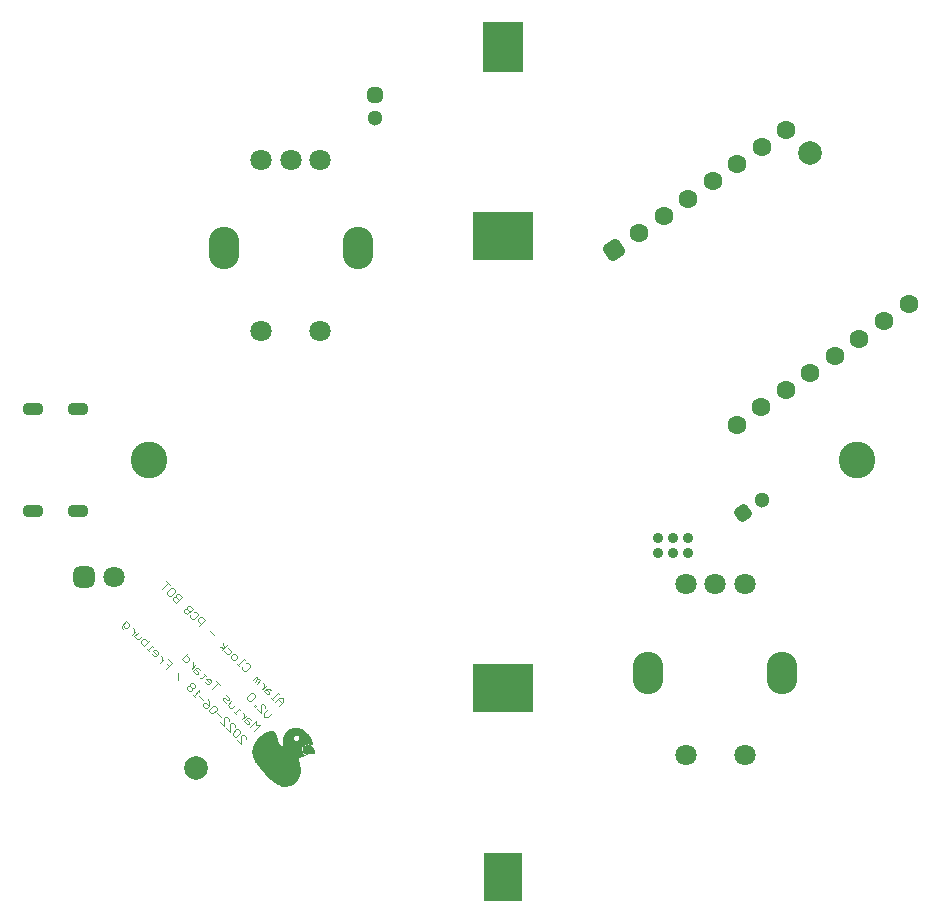
<source format=gbs>
G04*
G04 #@! TF.GenerationSoftware,Altium Limited,CircuitStudio,1.5.2 (30)*
G04*
G04 Layer_Color=8150272*
%FSLAX25Y25*%
%MOIN*%
G70*
G01*
G75*
%ADD68C,0.00394*%
%ADD148C,0.12205*%
%ADD150C,0.07087*%
G04:AMPARAMS|DCode=151|XSize=70.87mil|YSize=70.87mil|CornerRadius=18.7mil|HoleSize=0mil|Usage=FLASHONLY|Rotation=0.000|XOffset=0mil|YOffset=0mil|HoleType=Round|Shape=RoundedRectangle|*
%AMROUNDEDRECTD151*
21,1,0.07087,0.03347,0,0,0.0*
21,1,0.03347,0.07087,0,0,0.0*
1,1,0.03740,0.01673,-0.01673*
1,1,0.03740,-0.01673,-0.01673*
1,1,0.03740,-0.01673,0.01673*
1,1,0.03740,0.01673,0.01673*
%
%ADD151ROUNDEDRECTD151*%
G04:AMPARAMS|DCode=152|XSize=51.18mil|YSize=51.18mil|CornerRadius=13.78mil|HoleSize=0mil|Usage=FLASHONLY|Rotation=215.500|XOffset=0mil|YOffset=0mil|HoleType=Round|Shape=RoundedRectangle|*
%AMROUNDEDRECTD152*
21,1,0.05118,0.02362,0,0,215.5*
21,1,0.02362,0.05118,0,0,215.5*
1,1,0.02756,-0.01647,0.00276*
1,1,0.02756,0.00276,0.01647*
1,1,0.02756,0.01647,-0.00276*
1,1,0.02756,-0.00276,-0.01647*
%
%ADD152ROUNDEDRECTD152*%
%ADD153C,0.05118*%
%ADD154O,0.10236X0.14173*%
G04:AMPARAMS|DCode=155|XSize=51.18mil|YSize=51.18mil|CornerRadius=13.78mil|HoleSize=0mil|Usage=FLASHONLY|Rotation=90.000|XOffset=0mil|YOffset=0mil|HoleType=Round|Shape=RoundedRectangle|*
%AMROUNDEDRECTD155*
21,1,0.05118,0.02362,0,0,90.0*
21,1,0.02362,0.05118,0,0,90.0*
1,1,0.02756,0.01181,0.01181*
1,1,0.02756,0.01181,-0.01181*
1,1,0.02756,-0.01181,-0.01181*
1,1,0.02756,-0.01181,0.01181*
%
%ADD155ROUNDEDRECTD155*%
%ADD156C,0.07874*%
%ADD157O,0.07087X0.04331*%
%ADD158C,0.06299*%
G04:AMPARAMS|DCode=159|XSize=62.99mil|YSize=62.99mil|CornerRadius=16.73mil|HoleSize=0mil|Usage=FLASHONLY|Rotation=305.000|XOffset=0mil|YOffset=0mil|HoleType=Round|Shape=RoundedRectangle|*
%AMROUNDEDRECTD159*
21,1,0.06299,0.02953,0,0,305.0*
21,1,0.02953,0.06299,0,0,305.0*
1,1,0.03347,-0.00363,-0.02056*
1,1,0.03347,-0.02056,0.00363*
1,1,0.03347,0.00363,0.02056*
1,1,0.03347,0.02056,-0.00363*
%
%ADD159ROUNDEDRECTD159*%
%ADD160C,0.00394*%
%ADD161O,0.03492X0.03374*%
%ADD162R,0.12992X0.16142*%
%ADD163R,0.20472X0.16142*%
%ADD164R,0.13398X0.16548*%
G36*
X-76356Y-107225D02*
X-76350Y-107245D01*
X-76369Y-107225D01*
X-76363Y-107219D01*
X-76356Y-107225D01*
D02*
G37*
G36*
X-82793Y-94325D02*
X-82797Y-94321D01*
X-82787Y-94311D01*
X-82793Y-94325D01*
D02*
G37*
G36*
X-64199Y-94514D02*
X-64170Y-94524D01*
X-64151Y-94543D01*
X-64112Y-94582D01*
X-64103Y-94592D01*
X-64083Y-94611D01*
X-64045Y-94669D01*
X-64025Y-94688D01*
X-63996Y-94737D01*
X-63948Y-94804D01*
X-63890Y-94901D01*
X-63871Y-94920D01*
X-63842Y-94969D01*
X-63784Y-95046D01*
X-63735Y-95133D01*
X-63726Y-95143D01*
X-63706Y-95181D01*
X-63677Y-95230D01*
X-63629Y-95297D01*
X-63571Y-95375D01*
X-63513Y-95471D01*
X-63378Y-95665D01*
X-63368Y-95674D01*
X-63339Y-95703D01*
X-63310Y-95752D01*
X-63262Y-95819D01*
X-63213Y-95887D01*
X-63146Y-95974D01*
X-63020Y-96157D01*
X-63010Y-96167D01*
X-62981Y-96196D01*
X-62933Y-96245D01*
X-62894Y-96302D01*
X-62885Y-96312D01*
X-62856Y-96341D01*
X-62827Y-96390D01*
X-62788Y-96447D01*
X-62778Y-96457D01*
X-62769Y-96486D01*
X-62720Y-96554D01*
X-62711Y-96564D01*
X-62701Y-96573D01*
X-62643Y-96631D01*
X-62653Y-96641D01*
X-62643Y-96670D01*
X-62633Y-96680D01*
X-62624Y-96689D01*
X-62631Y-96696D01*
X-62595Y-96718D01*
X-62604Y-96728D01*
X-62595Y-96757D01*
X-62585Y-96844D01*
X-62575Y-96853D01*
Y-96873D01*
X-62546Y-96960D01*
X-62537Y-96989D01*
Y-97066D01*
Y-97182D01*
X-62566Y-97327D01*
X-62575Y-97337D01*
Y-97356D01*
X-62614Y-97433D01*
X-62682Y-97540D01*
X-62740Y-97578D01*
X-62798Y-97617D01*
X-62817Y-97636D01*
X-62865Y-97685D01*
X-62894Y-97694D01*
X-62952D01*
X-63281Y-97830D01*
X-63300D01*
X-63368Y-97839D01*
X-63600D01*
X-63755Y-97859D01*
X-63929Y-97878D01*
X-64122Y-97897D01*
X-64315Y-97936D01*
X-64335D01*
X-64402Y-97946D01*
X-64509Y-97975D01*
X-64644D01*
X-64799Y-97994D01*
X-64973Y-98013D01*
X-65369Y-98023D01*
X-65408D01*
X-65514Y-98013D01*
X-65678Y-98004D01*
X-65872Y-97984D01*
X-65881Y-97975D01*
X-65920D01*
X-65958Y-97955D01*
X-66017Y-97936D01*
X-66162Y-97868D01*
X-66229Y-97820D01*
X-66307Y-97762D01*
X-66316Y-97752D01*
X-66326Y-97743D01*
X-66374Y-97694D01*
X-66422Y-97627D01*
X-66471Y-97540D01*
X-66480Y-97511D01*
X-66500Y-97453D01*
X-66529Y-97366D01*
X-66558Y-97259D01*
X-66567Y-97230D01*
X-66597Y-97182D01*
X-66616Y-97105D01*
X-66654Y-97027D01*
X-66664Y-96998D01*
X-66684Y-96940D01*
X-66703Y-96863D01*
X-66722Y-96767D01*
Y-96747D01*
X-66732Y-96680D01*
Y-96583D01*
Y-96486D01*
Y-96467D01*
X-66742Y-96399D01*
Y-96302D01*
Y-96206D01*
Y-96187D01*
Y-96148D01*
X-66751Y-96022D01*
Y-96003D01*
Y-95964D01*
X-66742Y-95838D01*
Y-95819D01*
Y-95800D01*
Y-95742D01*
Y-95723D01*
X-66712Y-95674D01*
X-66703Y-95665D01*
X-66674Y-95616D01*
X-66616Y-95578D01*
X-66529Y-95529D01*
X-66519Y-95520D01*
X-66509Y-95510D01*
X-66452Y-95490D01*
X-66384Y-95442D01*
X-66307Y-95403D01*
X-66297Y-95394D01*
X-66239Y-95375D01*
X-66190Y-95345D01*
X-66123Y-95297D01*
X-66113Y-95288D01*
X-66075Y-95249D01*
X-66017Y-95210D01*
X-65949Y-95181D01*
X-65939Y-95171D01*
X-65920D01*
X-65842Y-95133D01*
X-65746Y-95075D01*
X-65630Y-95036D01*
X-65620Y-95026D01*
X-65601D01*
X-65533Y-94998D01*
X-65427Y-94949D01*
X-65311Y-94891D01*
X-65301Y-94882D01*
X-65253Y-94872D01*
X-65185Y-94843D01*
X-65118Y-94814D01*
X-65108Y-94804D01*
X-65050Y-94785D01*
X-64992Y-94746D01*
X-64924Y-94717D01*
X-64915Y-94708D01*
X-64866Y-94698D01*
X-64808Y-94679D01*
X-64731Y-94659D01*
X-64721Y-94650D01*
X-64673Y-94640D01*
X-64615Y-94621D01*
X-64547Y-94592D01*
X-64538Y-94582D01*
X-64509Y-94572D01*
X-64470Y-94553D01*
X-64393Y-94534D01*
X-64373D01*
X-64335Y-94514D01*
X-64267Y-94505D01*
X-64209D01*
X-64199Y-94514D01*
D02*
G37*
G36*
X-68839Y-89159D02*
X-68820Y-89140D01*
X-68810Y-89149D01*
X-68771D01*
X-68723Y-89159D01*
X-68655Y-89169D01*
X-68636D01*
X-68588Y-89159D01*
X-68530D01*
X-68481Y-89149D01*
X-68472Y-89159D01*
X-68423Y-89169D01*
X-68346Y-89188D01*
X-68249Y-89208D01*
X-68095D01*
X-68017Y-89227D01*
X-67988Y-89236D01*
X-67950Y-89256D01*
X-67930D01*
X-67882Y-89285D01*
X-67795Y-89294D01*
X-67785Y-89285D01*
X-67766D01*
X-67698Y-89314D01*
X-67669Y-89324D01*
X-67582Y-89333D01*
X-67563D01*
X-67515Y-89362D01*
X-67428Y-89391D01*
X-67350Y-89430D01*
X-67331D01*
X-67283Y-89459D01*
X-67205Y-89498D01*
X-67118Y-89526D01*
X-67089Y-89536D01*
X-67012Y-89556D01*
X-67002Y-89565D01*
X-66983D01*
X-66944Y-89584D01*
X-66915Y-89613D01*
X-66877D01*
X-66838Y-89633D01*
X-66790Y-89662D01*
X-66780Y-89671D01*
X-66751Y-89681D01*
X-66684Y-89749D01*
X-66674Y-89758D01*
X-66654D01*
X-66597Y-89797D01*
X-66490Y-89846D01*
X-66384Y-89913D01*
X-66374Y-89923D01*
X-66355D01*
X-66287Y-89971D01*
X-66190Y-90029D01*
X-66075Y-90106D01*
X-66065Y-90116D01*
X-66055Y-90126D01*
X-66017Y-90145D01*
X-65978Y-90184D01*
X-65872Y-90271D01*
X-65727Y-90396D01*
X-65562Y-90541D01*
X-65378Y-90706D01*
X-65185Y-90899D01*
X-64992Y-91092D01*
X-64982Y-91102D01*
X-64973Y-91112D01*
X-64944Y-91141D01*
X-64915Y-91189D01*
X-64808Y-91295D01*
X-64692Y-91450D01*
X-64557Y-91624D01*
X-64412Y-91827D01*
X-64277Y-92059D01*
X-64141Y-92291D01*
X-64132Y-92301D01*
X-64122Y-92310D01*
X-64074Y-92397D01*
X-64006Y-92504D01*
X-63938Y-92629D01*
X-63929Y-92639D01*
Y-92658D01*
X-63890Y-92736D01*
X-63832Y-92852D01*
X-63784Y-92977D01*
X-63774Y-92987D01*
X-63764Y-93016D01*
X-63726Y-93055D01*
X-63697Y-93103D01*
X-63687Y-93113D01*
X-63677Y-93142D01*
X-63668Y-93171D01*
Y-93229D01*
X-63658Y-93238D01*
X-63639Y-93258D01*
X-63629Y-93306D01*
X-63600Y-93374D01*
X-63590Y-93383D01*
Y-93422D01*
X-63581Y-93470D01*
Y-93509D01*
Y-93528D01*
X-63561Y-93586D01*
X-63532Y-93673D01*
X-63513Y-93770D01*
Y-93789D01*
X-63503Y-93838D01*
X-63474Y-93905D01*
X-63465Y-93992D01*
X-63455Y-94021D01*
X-63445Y-94089D01*
X-63436Y-94118D01*
X-63445Y-94205D01*
X-63436Y-94215D01*
Y-94253D01*
X-63445Y-94263D01*
Y-94282D01*
X-63455Y-94582D01*
X-63542Y-95171D01*
X-63552Y-95162D01*
Y-95143D01*
X-63600Y-95075D01*
X-63658Y-94978D01*
X-63726Y-94872D01*
X-63735Y-94862D01*
Y-94843D01*
X-63784Y-94775D01*
X-63851Y-94669D01*
X-63938Y-94563D01*
X-63948Y-94553D01*
X-63967Y-94534D01*
X-64006Y-94495D01*
X-64035Y-94447D01*
X-64045Y-94437D01*
X-64074Y-94408D01*
X-64103Y-94379D01*
X-64161Y-94360D01*
X-64180D01*
X-64209Y-94350D01*
X-64248Y-94369D01*
X-64257Y-94360D01*
X-64286Y-94369D01*
X-64354Y-94379D01*
X-64373D01*
X-64422Y-94389D01*
X-64489Y-94418D01*
X-64567Y-94456D01*
X-64586D01*
X-64634Y-94485D01*
X-64702Y-94514D01*
X-64789Y-94543D01*
X-64818Y-94553D01*
X-64905Y-94563D01*
X-65001Y-94601D01*
X-65127Y-94650D01*
X-65137Y-94659D01*
X-65156D01*
X-65233Y-94698D01*
X-65340Y-94746D01*
X-65465Y-94795D01*
X-65495Y-94804D01*
X-65562Y-94833D01*
X-65649Y-94882D01*
X-65755Y-94930D01*
X-65785Y-94940D01*
X-65833Y-94969D01*
X-65930Y-95007D01*
X-66017Y-95056D01*
X-66036D01*
X-66075Y-95075D01*
X-66132Y-95113D01*
X-66181Y-95162D01*
X-66190Y-95171D01*
X-66229Y-95191D01*
X-66277Y-95220D01*
X-66345Y-95249D01*
X-66355Y-95258D01*
X-66403Y-95288D01*
X-66461Y-95326D01*
X-66529Y-95375D01*
X-66548D01*
X-66597Y-95403D01*
X-66654Y-95442D01*
X-66722Y-95490D01*
X-66751Y-95500D01*
X-66809Y-95539D01*
X-66838Y-95548D01*
X-66867Y-95578D01*
Y-95597D01*
X-66877Y-95665D01*
Y-95703D01*
X-66867Y-95752D01*
Y-95771D01*
X-66877Y-95819D01*
X-66887Y-95906D01*
X-66896Y-95993D01*
Y-96013D01*
X-66906Y-96061D01*
Y-96138D01*
X-66896Y-96225D01*
Y-96245D01*
Y-96302D01*
Y-96399D01*
Y-96515D01*
Y-96535D01*
X-66887Y-96602D01*
X-66877Y-96689D01*
X-66867Y-96795D01*
Y-96815D01*
X-66848Y-96873D01*
X-66828Y-96950D01*
X-66799Y-97056D01*
Y-97076D01*
X-66770Y-97124D01*
X-66742Y-97211D01*
X-66712Y-97298D01*
X-66703Y-97308D01*
X-66693Y-97337D01*
X-66674Y-97375D01*
X-66654Y-97433D01*
X-66606Y-97559D01*
X-66539Y-97704D01*
X-66529Y-97714D01*
Y-97733D01*
X-66500Y-97762D01*
X-66461Y-97801D01*
X-66365Y-97897D01*
X-66220Y-98004D01*
X-66210Y-98013D01*
X-66181Y-98023D01*
X-66152Y-98052D01*
X-66094Y-98071D01*
X-65958Y-98129D01*
X-65872Y-98139D01*
X-65785Y-98149D01*
X-65475D01*
X-65320Y-98168D01*
X-65330Y-98178D01*
X-65340Y-98187D01*
X-65408Y-98236D01*
X-65417Y-98245D01*
X-65446Y-98255D01*
X-65465Y-98274D01*
X-65485D01*
X-65495Y-98284D01*
X-65523Y-98313D01*
X-65572Y-98342D01*
X-65630Y-98381D01*
X-65640Y-98390D01*
X-65678Y-98410D01*
X-65775Y-98448D01*
X-65785Y-98458D01*
X-65804D01*
X-65862Y-98497D01*
X-65968Y-98545D01*
X-66065Y-98603D01*
X-66094Y-98613D01*
X-66152Y-98632D01*
X-66249Y-98671D01*
X-66355Y-98719D01*
X-66365Y-98729D01*
X-66394Y-98738D01*
X-66442Y-98748D01*
X-66500Y-98787D01*
X-66509Y-98796D01*
X-66539Y-98806D01*
X-66587Y-98816D01*
X-66635Y-98825D01*
X-66693Y-98864D01*
X-66867Y-98922D01*
X-67215Y-98999D01*
X-67379Y-99048D01*
X-67399D01*
X-67476Y-99067D01*
X-67486Y-99057D01*
X-67515Y-99067D01*
X-67573Y-99086D01*
X-67592D01*
X-67660Y-99096D01*
X-67756Y-99135D01*
X-67853Y-99193D01*
X-67872Y-99212D01*
X-67921Y-99260D01*
X-67979Y-99318D01*
X-68017Y-99415D01*
X-68027Y-99425D01*
Y-99463D01*
X-68046Y-99579D01*
Y-99618D01*
X-68056Y-99705D01*
X-68046Y-99715D01*
X-68037Y-99744D01*
X-68027Y-99773D01*
X-68017Y-99840D01*
Y-99860D01*
X-68027Y-99889D01*
X-68017Y-99937D01*
X-67998Y-99976D01*
X-67988Y-100005D01*
X-67969Y-100082D01*
X-67950Y-100198D01*
X-67911Y-100333D01*
X-67901Y-100343D01*
Y-100362D01*
X-67882Y-100440D01*
X-67843Y-100556D01*
X-67814Y-100681D01*
X-67805Y-100691D01*
X-67795Y-100720D01*
X-67785Y-100768D01*
X-67756Y-100836D01*
X-67747Y-100846D01*
X-67737Y-100875D01*
X-67727Y-100923D01*
X-67737Y-100971D01*
X-67718Y-100991D01*
X-67689Y-101039D01*
X-67650Y-101116D01*
X-67621Y-101242D01*
X-67611Y-101271D01*
Y-101348D01*
X-67592Y-101445D01*
X-67563Y-101551D01*
X-67553Y-101580D01*
X-67534Y-101657D01*
X-67524Y-101667D01*
Y-101687D01*
Y-101783D01*
X-67476Y-102025D01*
X-67505Y-102054D01*
X-67495Y-102064D01*
X-67476Y-102083D01*
X-67457Y-102121D01*
X-67447Y-102170D01*
Y-102208D01*
Y-102247D01*
X-67418Y-102547D01*
X-67408Y-102808D01*
X-67379Y-102837D01*
X-67408Y-102963D01*
X-67379Y-103030D01*
X-67408Y-103078D01*
X-67379Y-103262D01*
X-67389Y-103252D01*
X-67408Y-103272D01*
X-67389Y-103291D01*
X-67379Y-103320D01*
Y-103359D01*
Y-103378D01*
X-67408Y-103426D01*
X-67399Y-103436D01*
X-67389Y-103465D01*
X-67379Y-103513D01*
Y-103571D01*
X-67389Y-103581D01*
Y-103620D01*
X-67408Y-103697D01*
X-67437Y-103726D01*
X-67408Y-103736D01*
X-67437Y-103919D01*
X-67457Y-104132D01*
X-67553Y-104615D01*
X-67602Y-104625D01*
Y-104644D01*
X-67592Y-104673D01*
Y-104751D01*
X-67611Y-104828D01*
X-67621Y-104838D01*
X-67640Y-104896D01*
X-67660Y-104954D01*
X-67689Y-105021D01*
X-67698Y-105031D01*
X-67708Y-105060D01*
X-67727Y-105118D01*
X-67747Y-105176D01*
X-67814Y-105340D01*
X-67882Y-105524D01*
X-67892Y-105534D01*
X-67901Y-105563D01*
X-67921Y-105621D01*
X-67940Y-105679D01*
X-68008Y-105843D01*
X-68095Y-106027D01*
X-68104Y-106056D01*
X-68153Y-106123D01*
X-68211Y-106239D01*
X-68298Y-106384D01*
X-68414Y-106558D01*
X-68539Y-106742D01*
X-68704Y-106945D01*
X-68868Y-107148D01*
X-68878Y-107158D01*
X-68887Y-107167D01*
X-68916Y-107196D01*
X-68955Y-107235D01*
X-69052Y-107332D01*
X-69177Y-107457D01*
X-69322Y-107602D01*
X-69506Y-107747D01*
X-69699Y-107902D01*
X-69893Y-108037D01*
X-69902Y-108047D01*
X-69951Y-108076D01*
X-70028Y-108115D01*
X-70134Y-108163D01*
X-70241Y-108230D01*
X-70376Y-108289D01*
X-70656Y-108414D01*
X-70676D01*
X-70724Y-108443D01*
X-70801Y-108463D01*
X-70898Y-108501D01*
X-71014Y-108540D01*
X-71149Y-108579D01*
X-71459Y-108656D01*
X-71468Y-108666D01*
X-71507D01*
X-71555Y-108675D01*
X-71613Y-108695D01*
X-71777Y-108723D01*
X-71971Y-108762D01*
X-71990D01*
X-72019Y-108772D01*
X-72135D01*
X-72299Y-108801D01*
X-72483Y-108810D01*
X-72541D01*
X-72609Y-108820D01*
X-72676Y-108830D01*
X-72734D01*
X-72802Y-108820D01*
X-72870Y-108810D01*
X-72879Y-108859D01*
X-72909Y-108849D01*
X-72986Y-108830D01*
X-73276Y-108810D01*
X-74175Y-108492D01*
X-74397Y-108346D01*
X-74996Y-108076D01*
X-75006Y-108066D01*
X-75016Y-108056D01*
X-75035Y-108076D01*
X-75083Y-108028D01*
X-75151Y-108018D01*
X-75190Y-107999D01*
X-75396Y-107836D01*
X-75402Y-107805D01*
X-75417Y-107820D01*
X-75460Y-107786D01*
X-75499Y-107805D01*
X-75518Y-107786D01*
X-75557Y-107747D01*
X-75634Y-107689D01*
X-75721Y-107622D01*
X-75731Y-107612D01*
X-75741Y-107602D01*
X-75808Y-107573D01*
X-75895Y-107525D01*
X-75992Y-107486D01*
X-76002Y-107476D01*
X-76011Y-107467D01*
X-76050Y-107428D01*
X-76060Y-107419D01*
X-76069Y-107409D01*
X-76108Y-107390D01*
X-76147D01*
X-76356Y-107225D01*
X-76359Y-107216D01*
X-76363Y-107219D01*
X-76417Y-107177D01*
X-76427Y-107167D01*
X-76466Y-107148D01*
X-76475Y-107138D01*
X-76514Y-107100D01*
X-76524Y-107090D01*
X-76562Y-107071D01*
X-76611Y-107042D01*
X-76659Y-106993D01*
X-76669Y-106984D01*
X-76698Y-106955D01*
X-76736Y-106916D01*
X-76765Y-106887D01*
X-76775Y-106877D01*
X-76794D01*
X-76833Y-106858D01*
X-76881Y-106829D01*
X-76891Y-106819D01*
X-76910Y-106800D01*
X-76939Y-106771D01*
X-76968Y-106742D01*
X-76988Y-106723D01*
X-77026Y-106684D01*
X-77084Y-106645D01*
X-77152Y-106578D01*
X-77171Y-106558D01*
X-77210Y-106520D01*
X-77258Y-106471D01*
X-77326Y-106423D01*
X-77336Y-106413D01*
X-77355D01*
X-77403Y-106384D01*
X-77413Y-106375D01*
X-77423Y-106365D01*
X-77451Y-106355D01*
X-77626Y-106181D01*
X-77645Y-106201D01*
X-77606Y-106239D01*
X-77626Y-106220D01*
X-77664Y-106181D01*
X-77722Y-106123D01*
X-77799Y-106065D01*
X-77819Y-106046D01*
X-77867Y-106017D01*
X-77935Y-105969D01*
X-78003Y-105901D01*
X-78012Y-105891D01*
X-78022Y-105882D01*
X-78080Y-105824D01*
X-78157Y-105746D01*
X-78263Y-105640D01*
X-78379Y-105505D01*
X-78525Y-105360D01*
X-78815Y-105050D01*
X-78834Y-105031D01*
X-78882Y-104983D01*
X-78960Y-104886D01*
X-79066Y-104780D01*
X-79182Y-104664D01*
X-79317Y-104509D01*
X-79462Y-104345D01*
X-79607Y-104180D01*
X-79617Y-104171D01*
X-79646Y-104122D01*
X-79694Y-104074D01*
X-79752Y-104016D01*
X-79771Y-103997D01*
X-79810Y-103958D01*
X-79868Y-103900D01*
X-79926Y-103823D01*
X-79936Y-103813D01*
X-79965Y-103784D01*
X-79994Y-103736D01*
X-80042Y-103687D01*
X-80100Y-103610D01*
X-80158Y-103533D01*
X-80293Y-103359D01*
X-80303Y-103349D01*
X-80322Y-103310D01*
X-80361Y-103272D01*
X-80409Y-103204D01*
X-80458Y-103136D01*
X-80525Y-103050D01*
X-80661Y-102875D01*
X-80670Y-102866D01*
X-80709Y-102827D01*
X-80738Y-102779D01*
X-80786Y-102711D01*
X-80806Y-102692D01*
X-80844Y-102653D01*
X-80893Y-102605D01*
X-80960Y-102557D01*
X-80970Y-102547D01*
X-80980Y-102537D01*
X-80989Y-102508D01*
X-80999Y-102498D01*
X-81018Y-102479D01*
X-81047Y-102470D01*
Y-102450D01*
X-81057Y-102421D01*
X-81076Y-102383D01*
X-81115Y-102324D01*
X-81125Y-102315D01*
X-81154Y-102286D01*
X-81192Y-102247D01*
X-81231Y-102228D01*
X-81250Y-102208D01*
X-81347Y-102112D01*
Y-102093D01*
X-81357Y-102064D01*
X-81376Y-102025D01*
X-81415Y-101967D01*
X-81424Y-101957D01*
X-81453Y-101928D01*
X-81511Y-101831D01*
X-81521Y-101822D01*
X-81540Y-101803D01*
X-81560Y-101764D01*
X-81608Y-101716D01*
X-81695Y-101590D01*
X-81801Y-101464D01*
X-81811Y-101454D01*
X-81830Y-101435D01*
X-81859Y-101387D01*
X-81898Y-101348D01*
X-81985Y-101223D01*
X-82091Y-101078D01*
X-82101Y-101068D01*
X-82120Y-101029D01*
X-82149Y-100962D01*
X-82207Y-100884D01*
X-82227Y-100865D01*
X-82256Y-100817D01*
X-82294Y-100778D01*
X-82333Y-100739D01*
X-82497Y-100440D01*
X-82778Y-99927D01*
X-82758Y-99908D01*
X-82778Y-99889D01*
X-82807Y-99840D01*
X-82855Y-99773D01*
X-82903Y-99686D01*
X-82913Y-99657D01*
X-82932Y-99599D01*
X-82981Y-99512D01*
X-83019Y-99415D01*
Y-99396D01*
X-83039Y-99357D01*
X-83077Y-99299D01*
X-83106Y-99231D01*
X-83116Y-99222D01*
X-83135Y-99183D01*
X-83174Y-99125D01*
X-83203Y-99057D01*
X-83213Y-99028D01*
X-83242Y-98980D01*
X-83280Y-98903D01*
X-83309Y-98816D01*
X-83319Y-98787D01*
X-83329Y-98738D01*
X-83358Y-98651D01*
X-83367Y-98564D01*
Y-98545D01*
X-83396Y-98497D01*
X-83416Y-98419D01*
X-83445Y-98332D01*
Y-98313D01*
X-83464Y-98255D01*
Y-98178D01*
X-83445Y-98100D01*
X-83474Y-98110D01*
X-83503Y-98023D01*
X-83474Y-97994D01*
X-83483Y-97984D01*
X-83493Y-97975D01*
Y-97955D01*
Y-97897D01*
X-83522Y-97830D01*
X-83512Y-97627D01*
X-83551Y-97588D01*
X-83512Y-97491D01*
X-83522Y-97482D01*
X-83532Y-97472D01*
X-83551Y-97433D01*
Y-97395D01*
Y-97375D01*
X-83561Y-97346D01*
X-83570Y-97240D01*
Y-97221D01*
Y-97143D01*
X-83561Y-97056D01*
X-83551Y-96950D01*
X-83541Y-96921D01*
X-83532Y-96853D01*
X-83522Y-96747D01*
X-83503Y-96631D01*
Y-96612D01*
X-83512Y-96583D01*
X-83503Y-96477D01*
Y-96457D01*
X-83493Y-96428D01*
X-83474Y-96390D01*
X-83445Y-96341D01*
Y-96283D01*
X-83435Y-96215D01*
Y-96196D01*
Y-96157D01*
Y-96100D01*
X-83416Y-96022D01*
X-83406Y-95993D01*
X-83396Y-95945D01*
X-83391Y-95930D01*
X-83396Y-95925D01*
X-83387Y-95916D01*
X-83377Y-95887D01*
X-83348Y-95838D01*
X-83358Y-95829D01*
X-83367Y-95819D01*
Y-95800D01*
X-83358Y-95771D01*
X-83348Y-95761D01*
Y-95742D01*
X-83329Y-95723D01*
X-83338Y-95713D01*
Y-95693D01*
X-83329Y-95684D01*
X-83309Y-95665D01*
X-83296Y-95613D01*
X-83300Y-95616D01*
X-83290Y-95587D01*
X-83296Y-95613D01*
X-83280Y-95597D01*
X-83290Y-95587D01*
X-83280Y-95558D01*
X-83290Y-95510D01*
X-83280Y-95461D01*
Y-95442D01*
X-83271Y-95413D01*
X-83242Y-95365D01*
X-83203Y-95326D01*
X-83222D01*
X-83213Y-95316D01*
X-83203Y-95307D01*
Y-95288D01*
Y-95268D01*
X-83193Y-95258D01*
X-83126Y-95152D01*
X-83164D01*
X-83135Y-95123D01*
X-83155D01*
X-83126Y-95113D01*
X-83145D01*
X-83155Y-95085D01*
X-83106Y-95036D01*
X-83116Y-95026D01*
X-83106Y-95017D01*
D01*
X-83097Y-95007D01*
X-83106Y-95017D01*
X-83097Y-95026D01*
Y-95007D01*
X-83068Y-94978D01*
X-83077Y-94969D01*
Y-94949D01*
Y-94930D01*
X-83058Y-94891D01*
X-83048Y-94882D01*
X-83039Y-94853D01*
X-83000Y-94795D01*
X-83010Y-94804D01*
X-83019Y-94795D01*
X-82971Y-94746D01*
X-82981Y-94737D01*
X-82952Y-94708D01*
Y-94650D01*
X-82942Y-94659D01*
Y-94640D01*
Y-94621D01*
X-82923Y-94582D01*
X-82903Y-94563D01*
X-82894Y-94553D01*
X-82884Y-94524D01*
X-82836Y-94476D01*
X-82855D01*
X-82807Y-94427D01*
X-82845Y-94408D01*
X-82797Y-94379D01*
X-82807Y-94369D01*
X-82816Y-94379D01*
X-82793Y-94325D01*
X-82778Y-94340D01*
Y-94282D01*
X-82739Y-94263D01*
X-82768Y-94273D01*
X-82758Y-94263D01*
X-82749Y-94253D01*
X-82739Y-94244D01*
X-82749Y-94234D01*
X-82739Y-94224D01*
X-82720D01*
X-82729Y-94215D01*
X-82720Y-94205D01*
X-82691Y-94195D01*
X-82681Y-94186D01*
X-82691Y-94176D01*
X-82710Y-94157D01*
X-82652Y-94137D01*
X-82671Y-94118D01*
X-82662Y-94108D01*
X-82671Y-94099D01*
X-82633Y-94079D01*
X-82652D01*
X-82642Y-94070D01*
X-82623Y-94050D01*
X-82613Y-94041D01*
X-82623Y-94050D01*
D01*
X-82642Y-94031D01*
X-82633Y-94021D01*
X-82594Y-94002D01*
X-82584Y-93992D01*
X-82575Y-93983D01*
X-82565Y-93973D01*
X-82584Y-93954D01*
X-82536Y-93925D01*
X-82546Y-93915D01*
X-82536Y-93905D01*
X-82555Y-93886D01*
X-82468Y-93799D01*
X-82488Y-93818D01*
X-82497Y-93809D01*
X-82314Y-93606D01*
X-82256Y-93451D01*
X-82178Y-93412D01*
X-82217D01*
X-82130Y-93325D01*
X-82072Y-93248D01*
X-82082Y-93238D01*
X-82072Y-93229D01*
X-82062Y-93219D01*
X-82033Y-93209D01*
Y-93190D01*
Y-93171D01*
X-82024Y-93161D01*
X-82014Y-93151D01*
X-81985Y-93142D01*
Y-93122D01*
Y-93103D01*
X-81975Y-93093D01*
X-81917Y-93074D01*
X-81850Y-92948D01*
X-81637Y-92697D01*
X-81579Y-92678D01*
X-81598Y-92658D01*
X-81569Y-92629D01*
X-81540Y-92600D01*
X-81444Y-92504D01*
X-81337Y-92397D01*
X-81328Y-92388D01*
X-81308Y-92368D01*
X-81279Y-92339D01*
X-81250Y-92310D01*
X-81154Y-92214D01*
X-81047Y-92107D01*
X-81038Y-92098D01*
X-81009Y-92069D01*
X-80970Y-92030D01*
X-80922Y-91982D01*
X-80912Y-91972D01*
X-80883Y-91943D01*
X-80835Y-91914D01*
X-80786Y-91904D01*
X-80777Y-91895D01*
X-80748Y-91866D01*
X-80709Y-91827D01*
X-80651Y-91788D01*
X-80641Y-91779D01*
X-80603Y-91740D01*
X-80545Y-91701D01*
X-80496Y-91653D01*
X-80487Y-91643D01*
X-80477Y-91634D01*
X-80409Y-91585D01*
X-80322Y-91518D01*
X-80216Y-91450D01*
X-80206Y-91440D01*
X-80197Y-91431D01*
X-80129Y-91382D01*
X-80042Y-91315D01*
X-79936Y-91247D01*
X-79916Y-91228D01*
X-79858Y-91189D01*
X-79781Y-91131D01*
X-79675Y-91063D01*
X-79530Y-90976D01*
X-79385Y-90889D01*
X-79066Y-90706D01*
X-79046Y-90687D01*
X-78988Y-90667D01*
X-78901Y-90619D01*
X-78786Y-90561D01*
X-78641Y-90493D01*
X-78476Y-90425D01*
X-78109Y-90290D01*
X-78099Y-90280D01*
X-78051Y-90271D01*
X-77993Y-90251D01*
X-77906Y-90223D01*
X-77684Y-90174D01*
X-77432Y-90136D01*
X-77413D01*
X-77364Y-90126D01*
X-77307D01*
X-77220Y-90116D01*
X-76988D01*
X-76727Y-90165D01*
X-76698Y-90174D01*
X-76640Y-90193D01*
X-76533Y-90223D01*
X-76408Y-90271D01*
X-76272Y-90348D01*
X-76118Y-90445D01*
X-75982Y-90561D01*
X-75847Y-90696D01*
X-75828Y-90715D01*
X-75799Y-90764D01*
X-75731Y-90851D01*
X-75673Y-90967D01*
X-75596Y-91102D01*
X-75518Y-91257D01*
X-75451Y-91440D01*
X-75393Y-91634D01*
Y-91653D01*
X-75383Y-91701D01*
X-75354Y-91769D01*
X-75344Y-91856D01*
Y-91875D01*
X-75325Y-91914D01*
X-75306Y-92049D01*
X-75296Y-92078D01*
X-75277Y-92136D01*
X-75267Y-92165D01*
X-75277Y-92214D01*
X-75257Y-92233D01*
X-75248Y-92281D01*
Y-92301D01*
X-75219Y-92349D01*
X-75209Y-92359D01*
Y-92397D01*
X-75190Y-92494D01*
X-75180Y-92504D01*
Y-92542D01*
X-75161Y-92639D01*
X-75151Y-92649D01*
X-75161Y-92678D01*
X-75141Y-92716D01*
X-75132Y-92784D01*
X-75083Y-92929D01*
X-75045Y-93103D01*
X-75035Y-93113D01*
X-75025Y-93142D01*
X-75016Y-93190D01*
X-75006Y-93238D01*
X-74967Y-93393D01*
X-74909Y-93567D01*
X-74900Y-93577D01*
X-74890Y-93625D01*
X-74871Y-93683D01*
X-74832Y-93760D01*
X-74822Y-93770D01*
X-74813Y-93818D01*
X-74793Y-93876D01*
X-74803Y-93944D01*
X-74793Y-93954D01*
X-74764Y-93983D01*
X-74726Y-94041D01*
X-74697Y-94128D01*
Y-94147D01*
X-74677Y-94205D01*
X-74648Y-94273D01*
X-74619Y-94340D01*
X-74610Y-94350D01*
X-74600Y-94379D01*
X-74581Y-94418D01*
X-74542Y-94456D01*
X-74532Y-94466D01*
X-74494Y-94485D01*
X-74416Y-94543D01*
X-74407Y-94553D01*
X-74397Y-94563D01*
X-74368Y-94592D01*
X-74320Y-94621D01*
X-74223Y-94717D01*
X-74107Y-94814D01*
X-74097Y-94824D01*
X-74078Y-94843D01*
X-74049Y-94853D01*
X-74001Y-94882D01*
X-73894Y-94969D01*
X-73769Y-95036D01*
X-73759Y-95046D01*
X-73730Y-95056D01*
X-73633Y-95094D01*
X-73614D01*
X-73585Y-95104D01*
X-73527Y-95085D01*
X-73459Y-95075D01*
X-73450Y-95065D01*
X-73421Y-95036D01*
X-73392Y-95007D01*
X-73363Y-94959D01*
Y-94940D01*
X-73353Y-94911D01*
X-73343Y-94862D01*
Y-94804D01*
X-73353Y-94795D01*
X-73343Y-94766D01*
X-73353Y-94679D01*
X-73372Y-94563D01*
X-73382Y-94418D01*
X-73392Y-94408D01*
X-73382Y-94379D01*
X-73392Y-94292D01*
X-73411Y-94176D01*
X-73430Y-94041D01*
Y-94021D01*
X-73440Y-93954D01*
Y-93857D01*
X-73450Y-93731D01*
Y-93577D01*
X-73440Y-93412D01*
X-73421Y-93064D01*
Y-93045D01*
X-73411Y-92977D01*
X-73392Y-92881D01*
X-73372Y-92765D01*
X-73343Y-92620D01*
X-73305Y-92465D01*
X-73198Y-92127D01*
Y-92107D01*
X-73179Y-92069D01*
X-73160Y-91991D01*
X-73131Y-91924D01*
Y-91904D01*
X-73102Y-91856D01*
X-73082Y-91798D01*
X-73044Y-91721D01*
Y-91701D01*
X-73034Y-91672D01*
X-73005Y-91605D01*
X-72996Y-91595D01*
X-72986Y-91566D01*
X-72957Y-91537D01*
X-72918Y-91498D01*
X-72928Y-91489D01*
Y-91469D01*
X-72918Y-91440D01*
X-72899Y-91402D01*
X-72889Y-91392D01*
X-72870Y-91353D01*
X-72812Y-91276D01*
X-72802Y-91266D01*
X-72783Y-91228D01*
X-72734Y-91179D01*
X-72696Y-91121D01*
X-72686Y-91112D01*
X-72657Y-91063D01*
X-72619Y-90986D01*
X-72570Y-90918D01*
X-72561Y-90909D01*
X-72551Y-90880D01*
X-72493Y-90802D01*
X-72483Y-90793D01*
X-72464Y-90754D01*
X-72425Y-90715D01*
X-72386Y-90677D01*
Y-90657D01*
X-72377Y-90648D01*
X-72348Y-90619D01*
X-72338Y-90609D01*
X-72319Y-90590D01*
X-72271Y-90541D01*
X-72251Y-90522D01*
X-72212Y-90483D01*
X-72145Y-90416D01*
X-72067Y-90338D01*
X-72058Y-90329D01*
X-72048Y-90319D01*
X-72000Y-90271D01*
X-71942Y-90213D01*
X-71864Y-90155D01*
X-71932Y-90223D01*
X-71826Y-90155D01*
X-71844Y-90136D01*
X-71855Y-90145D01*
X-71845Y-90136D01*
X-71844Y-90136D01*
X-71604Y-89933D01*
X-71594Y-89942D01*
X-71604Y-89952D01*
X-71623Y-89971D01*
X-71594Y-89942D01*
D01*
X-71565Y-89913D01*
X-71517Y-89884D01*
X-71400Y-89788D01*
X-71236Y-89701D01*
X-71227Y-89691D01*
X-71198Y-89681D01*
X-71149Y-89652D01*
X-71091Y-89633D01*
X-70946Y-89565D01*
X-70772Y-89488D01*
X-70763Y-89478D01*
X-70734Y-89468D01*
X-70685Y-89439D01*
X-70608Y-89420D01*
X-70598Y-89411D01*
X-70550Y-89401D01*
X-70492Y-89381D01*
X-70444Y-89391D01*
X-70434Y-89381D01*
X-70424Y-89372D01*
X-70386Y-89353D01*
X-70366D01*
X-70318Y-89324D01*
X-70308Y-89314D01*
X-70270D01*
X-70212Y-89294D01*
X-70134Y-89275D01*
X-70115D01*
X-70076Y-89256D01*
X-70018D01*
X-69960Y-89275D01*
X-69951Y-89266D01*
X-69941Y-89256D01*
X-69902Y-89236D01*
X-69825D01*
X-69690Y-89217D01*
X-69680Y-89208D01*
X-69670Y-89198D01*
X-69622Y-89188D01*
X-69574Y-89179D01*
X-69554D01*
X-69525Y-89169D01*
X-69487Y-89188D01*
X-69458Y-89198D01*
X-69342Y-89159D01*
X-69245Y-89140D01*
X-69148Y-89159D01*
X-68849Y-89130D01*
X-68839Y-89159D01*
D02*
G37*
G36*
X-81618Y-92678D02*
X-81627Y-92687D01*
X-81598Y-92658D01*
X-81618Y-92678D01*
D02*
G37*
G36*
X-75396Y-107836D02*
X-75393Y-107853D01*
X-75422Y-107825D01*
X-75417Y-107820D01*
X-75396Y-107836D01*
D02*
G37*
%LPC*%
G36*
X-62643Y-96689D02*
X-62633Y-96699D01*
X-62631Y-96696D01*
X-62643Y-96689D01*
D02*
G37*
G36*
X-82642Y-94089D02*
X-82662Y-94108D01*
D01*
X-82642Y-94089D01*
D02*
G37*
G36*
X-68636Y-91779D02*
X-68829D01*
X-68897Y-91788D01*
X-68984Y-91817D01*
X-69090Y-91846D01*
X-69206Y-91904D01*
X-69322Y-91982D01*
X-69429Y-92088D01*
X-69525Y-92223D01*
X-69535Y-92233D01*
Y-92252D01*
X-69583Y-92320D01*
X-69622Y-92417D01*
X-69641Y-92533D01*
Y-92552D01*
X-69651Y-92620D01*
X-69641Y-92726D01*
X-69622Y-92842D01*
Y-92881D01*
X-69612Y-92968D01*
X-69603Y-92997D01*
X-69564Y-93055D01*
X-69554Y-93064D01*
X-69545Y-93093D01*
X-69496Y-93161D01*
X-69487Y-93171D01*
X-69467Y-93190D01*
X-69409Y-93248D01*
X-69400Y-93277D01*
X-69371Y-93325D01*
X-69351Y-93345D01*
X-69322Y-93393D01*
X-69303D01*
X-69274Y-93403D01*
X-69255D01*
X-69206Y-93412D01*
X-69197Y-93422D01*
X-69177Y-93441D01*
X-69168Y-93451D01*
X-69129Y-93490D01*
X-69110D01*
X-69061Y-93499D01*
X-69042D01*
X-68994Y-93490D01*
X-68965Y-93499D01*
X-68936Y-93528D01*
X-68916D01*
X-68868Y-93538D01*
X-68810D01*
X-68742Y-93528D01*
X-68655Y-93519D01*
X-68549Y-93490D01*
X-68433Y-93451D01*
X-68327Y-93403D01*
X-68201Y-93335D01*
X-68191Y-93325D01*
X-68143Y-93296D01*
X-68095Y-93248D01*
X-68027Y-93180D01*
X-67969Y-93103D01*
X-67911Y-92987D01*
X-67863Y-92881D01*
X-67843Y-92745D01*
Y-92726D01*
X-67834Y-92697D01*
Y-92639D01*
Y-92581D01*
Y-92562D01*
X-67843Y-92513D01*
X-67863Y-92397D01*
Y-92378D01*
X-67882Y-92339D01*
X-67930Y-92252D01*
X-67940Y-92243D01*
X-67959Y-92204D01*
X-67988Y-92156D01*
X-68017Y-92107D01*
X-68037Y-92088D01*
X-68075Y-92049D01*
X-68133Y-91991D01*
X-68220Y-91924D01*
X-68336Y-91866D01*
X-68472Y-91808D01*
X-68636Y-91779D01*
D02*
G37*
G36*
X-83377Y-95906D02*
X-83387Y-95916D01*
X-83391Y-95930D01*
X-83377Y-95945D01*
Y-95906D01*
D02*
G37*
G36*
X-83338Y-95732D02*
Y-95771D01*
X-83319Y-95752D01*
X-83338Y-95732D01*
D02*
G37*
%LPD*%
D68*
X-74687Y-81865D02*
X-73388Y-80566D01*
Y-79267D01*
X-74687D01*
X-75986Y-80566D01*
X-75012Y-79592D01*
X-73713Y-80891D01*
X-76635Y-79917D02*
X-77284Y-79267D01*
X-76960Y-79592D01*
X-75012Y-77644D01*
X-74687Y-77969D01*
X-77284Y-76670D02*
X-77934Y-76020D01*
X-78583D01*
X-79557Y-76995D01*
X-78583Y-77969D01*
X-77934D01*
Y-77319D01*
X-78908Y-76345D01*
Y-75046D02*
X-80207Y-76345D01*
X-79557Y-75696D01*
Y-75046D01*
Y-74397D01*
X-79882Y-74072D01*
X-82155Y-74397D02*
X-80856Y-73098D01*
X-81181Y-72774D01*
X-81830D01*
X-82804Y-73748D01*
X-81830Y-72774D01*
Y-72124D01*
X-82479D01*
X-83453Y-73098D01*
X-85726Y-67579D02*
X-85077D01*
X-84427Y-68228D01*
Y-68878D01*
X-85726Y-70176D01*
X-86375D01*
X-87025Y-69527D01*
Y-68878D01*
X-87999Y-68553D02*
X-88648Y-67903D01*
X-88324Y-68228D01*
X-86375Y-66280D01*
X-86051Y-66605D01*
X-89947D02*
X-90596Y-65955D01*
Y-65306D01*
X-89947Y-64657D01*
X-89298D01*
X-88648Y-65306D01*
Y-65955D01*
X-89298Y-66605D01*
X-89947D01*
X-91570Y-62384D02*
X-90596Y-63358D01*
Y-64007D01*
X-91246Y-64657D01*
X-91895D01*
X-92869Y-63683D01*
X-93519Y-63033D02*
X-91570Y-61085D01*
X-92869Y-62384D02*
X-93194Y-60760D01*
X-92869Y-62384D02*
X-94493Y-62059D01*
X-96441Y-58163D02*
X-97739Y-56864D01*
X-101311Y-55241D02*
X-99363Y-53293D01*
X-100337Y-52319D01*
X-100986D01*
X-101636Y-52968D01*
Y-53617D01*
X-100662Y-54592D01*
X-102934Y-50371D02*
X-102285D01*
X-101636Y-51020D01*
Y-51669D01*
X-102934Y-52968D01*
X-103584D01*
X-104233Y-52319D01*
Y-51669D01*
X-103259Y-49397D02*
X-105207Y-51345D01*
X-106181Y-50371D01*
Y-49721D01*
X-105856Y-49397D01*
X-105207D01*
X-104233Y-50371D01*
X-105207Y-49397D01*
Y-48747D01*
X-104882Y-48423D01*
X-104233D01*
X-103259Y-49397D01*
X-107155Y-45500D02*
X-109103Y-47449D01*
X-110077Y-46474D01*
Y-45825D01*
X-109753Y-45500D01*
X-109103D01*
X-108129Y-46474D01*
X-109103Y-45500D01*
Y-44851D01*
X-108779Y-44526D01*
X-108129D01*
X-107155Y-45500D01*
X-110077Y-42578D02*
X-109428Y-43228D01*
Y-43877D01*
X-110727Y-45176D01*
X-111376D01*
X-112025Y-44526D01*
Y-43877D01*
X-110727Y-42578D01*
X-110077D01*
X-111051Y-41604D02*
X-112350Y-40306D01*
X-111701Y-40955D01*
X-113649Y-42903D01*
X-83039Y-90216D02*
X-81090Y-88268D01*
X-82389D01*
Y-86970D01*
X-84337Y-88918D01*
X-84013Y-86645D02*
X-84662Y-85996D01*
X-85311D01*
X-86285Y-86970D01*
X-85311Y-87944D01*
X-84662D01*
Y-87294D01*
X-85636Y-86320D01*
Y-85022D02*
X-86935Y-86320D01*
X-86285Y-85671D01*
Y-85022D01*
Y-84372D01*
X-86610Y-84048D01*
X-88883Y-84372D02*
X-89532Y-83723D01*
X-89208Y-84048D01*
X-87909Y-82749D01*
X-87584Y-83073D01*
X-89208Y-81450D02*
X-90182Y-82424D01*
X-90831D01*
X-91805Y-81450D01*
X-90506Y-80151D01*
X-92454Y-80801D02*
X-93428Y-79827D01*
Y-79177D01*
X-92779D01*
X-92130Y-79827D01*
X-91480D01*
Y-79177D01*
X-92454Y-78203D01*
X-94402Y-74956D02*
X-95701Y-73658D01*
X-95052Y-74307D01*
X-97000Y-76255D01*
X-99273Y-73982D02*
X-98623Y-74632D01*
X-97974D01*
X-97325Y-73982D01*
Y-73333D01*
X-97974Y-72684D01*
X-98623D01*
X-98948Y-73008D01*
X-97649Y-74307D01*
X-98948Y-71060D02*
X-99273Y-71385D01*
X-98948Y-71710D01*
X-99597Y-71060D01*
X-99273Y-71385D01*
X-100247Y-72359D01*
X-100896D01*
Y-69762D02*
X-101546Y-69112D01*
X-102195D01*
X-103169Y-70086D01*
X-102195Y-71060D01*
X-101546D01*
Y-70411D01*
X-102520Y-69437D01*
Y-68138D02*
X-103818Y-69437D01*
X-103169Y-68787D01*
Y-68138D01*
Y-67489D01*
X-103494Y-67164D01*
X-105117Y-64242D02*
X-107065Y-66190D01*
X-106091Y-67164D01*
X-105442D01*
X-104792Y-66515D01*
Y-65865D01*
X-105766Y-64891D01*
X-88513Y-93094D02*
X-87214Y-94392D01*
Y-91795D01*
X-86890Y-91470D01*
X-86240D01*
X-85591Y-92119D01*
Y-92769D01*
X-87539Y-90821D02*
Y-90171D01*
X-88188Y-89522D01*
X-88838D01*
X-90137Y-90821D01*
Y-91470D01*
X-89487Y-92119D01*
X-88838D01*
X-87539Y-90821D01*
X-92409Y-89197D02*
X-91111Y-90496D01*
Y-87899D01*
X-90786Y-87574D01*
X-90137D01*
X-89487Y-88223D01*
Y-88873D01*
X-94357Y-87249D02*
X-93059Y-88548D01*
Y-85950D01*
X-92734Y-85626D01*
X-92085D01*
X-91435Y-86275D01*
Y-86925D01*
X-94033Y-85626D02*
X-95332Y-84327D01*
Y-83028D02*
Y-82379D01*
X-95981Y-81730D01*
X-96630D01*
X-97929Y-83028D01*
Y-83678D01*
X-97280Y-84327D01*
X-96630D01*
X-95332Y-83028D01*
X-98254Y-79457D02*
X-97929Y-80431D01*
Y-81730D01*
X-98578Y-82379D01*
X-99228D01*
X-99877Y-81730D01*
Y-81080D01*
X-99552Y-80756D01*
X-98903D01*
X-97929Y-81730D01*
X-99877Y-79782D02*
X-101176Y-78483D01*
X-102799Y-78807D02*
X-103448Y-78158D01*
X-103124Y-78483D01*
X-101176Y-76535D01*
Y-77184D01*
X-102799Y-75561D02*
Y-74911D01*
X-103448Y-74262D01*
X-104098D01*
X-104423Y-74587D01*
Y-75236D01*
X-105072D01*
X-105397Y-75561D01*
Y-76210D01*
X-104747Y-76859D01*
X-104098D01*
X-103773Y-76535D01*
Y-75885D01*
X-103124D01*
X-102799Y-75561D01*
X-103773Y-75885D02*
X-104423Y-75236D01*
X-108319Y-73288D02*
Y-70691D01*
X-111566Y-66145D02*
X-110267Y-67444D01*
X-111241Y-68418D01*
X-111890Y-67768D01*
X-111241Y-68418D01*
X-112215Y-69392D01*
X-112864Y-66145D02*
X-114163Y-67444D01*
X-113514Y-66794D01*
Y-66145D01*
Y-65496D01*
X-113838Y-65171D01*
X-117085Y-64521D02*
X-116436Y-65171D01*
X-115787D01*
X-115137Y-64521D01*
Y-63872D01*
X-115787Y-63223D01*
X-116436D01*
X-116761Y-63547D01*
X-115462Y-64846D01*
X-118059Y-63547D02*
X-118709Y-62898D01*
X-118384Y-63223D01*
X-117085Y-61924D01*
X-116761Y-62249D01*
X-117735Y-59976D02*
X-119683Y-61924D01*
X-120657Y-60950D01*
Y-60301D01*
X-120332Y-59976D01*
X-120007Y-59651D01*
X-119358D01*
X-118384Y-60625D01*
X-120332Y-58677D02*
X-121306Y-59651D01*
X-121955D01*
X-122930Y-58677D01*
X-121631Y-57379D01*
X-122280Y-56729D02*
X-123579Y-58028D01*
X-122930Y-57379D01*
Y-56729D01*
Y-56080D01*
X-123254Y-55755D01*
X-126826Y-56080D02*
X-127150Y-55755D01*
Y-55106D01*
X-125527Y-53482D01*
X-124553Y-54456D01*
Y-55106D01*
X-125202Y-55755D01*
X-125852D01*
X-126826Y-54781D01*
X-76915Y-84092D02*
X-78213Y-85391D01*
X-79512D01*
Y-84092D01*
X-78213Y-82794D01*
X-82110D02*
X-80811Y-84092D01*
Y-81495D01*
X-80486Y-81170D01*
X-79837D01*
X-79187Y-81820D01*
Y-82469D01*
X-82759Y-82144D02*
X-82434Y-81820D01*
X-82759Y-81495D01*
X-83084Y-81820D01*
X-82759Y-82144D01*
Y-78898D02*
Y-78248D01*
X-83408Y-77599D01*
X-84058D01*
X-85356Y-78898D01*
Y-79547D01*
X-84707Y-80196D01*
X-84058D01*
X-82759Y-78898D01*
D148*
X-118110Y0D02*
D03*
X118111D02*
D03*
D150*
X-129645Y-38976D02*
D03*
X-80562Y43162D02*
D03*
X-60877D02*
D03*
X-70720Y100248D02*
D03*
X-80562D02*
D03*
X-60877D02*
D03*
X60879Y-98279D02*
D03*
X80564D02*
D03*
X70721Y-41192D02*
D03*
X60879D02*
D03*
X80564D02*
D03*
D151*
X-139645Y-38976D02*
D03*
D152*
X79866Y-17640D02*
D03*
D153*
X86277Y-13068D02*
D03*
X-42499Y114063D02*
D03*
D154*
X-93161Y70721D02*
D03*
X-48279D02*
D03*
X48280Y-70720D02*
D03*
X93162D02*
D03*
D155*
X-42499Y121937D02*
D03*
D156*
X-102361Y-102362D02*
D03*
X102363Y102363D02*
D03*
D157*
X-156653Y-17007D02*
D03*
Y17008D02*
D03*
X-141692Y-17007D02*
D03*
Y17008D02*
D03*
D158*
X135213Y52077D02*
D03*
X127021Y46341D02*
D03*
X118830Y40605D02*
D03*
X110638Y34870D02*
D03*
X102447Y29134D02*
D03*
X94255Y23398D02*
D03*
X86064Y17662D02*
D03*
X77872Y11926D02*
D03*
X45340Y75822D02*
D03*
X53531Y81558D02*
D03*
X61723Y87294D02*
D03*
X69914Y93029D02*
D03*
X78106Y98765D02*
D03*
X86298Y104501D02*
D03*
X94489Y110237D02*
D03*
D159*
X37148Y70086D02*
D03*
D160*
X46694Y-32346D02*
D03*
Y-24346D02*
D03*
X66694Y-28346D02*
D03*
D161*
X51694Y-25846D02*
D03*
Y-30846D02*
D03*
X56694Y-25846D02*
D03*
Y-30846D02*
D03*
X61694Y-25846D02*
D03*
Y-30846D02*
D03*
D162*
X1Y-138787D02*
D03*
D163*
Y-75795D02*
D03*
Y74796D02*
D03*
D164*
Y137788D02*
D03*
M02*

</source>
